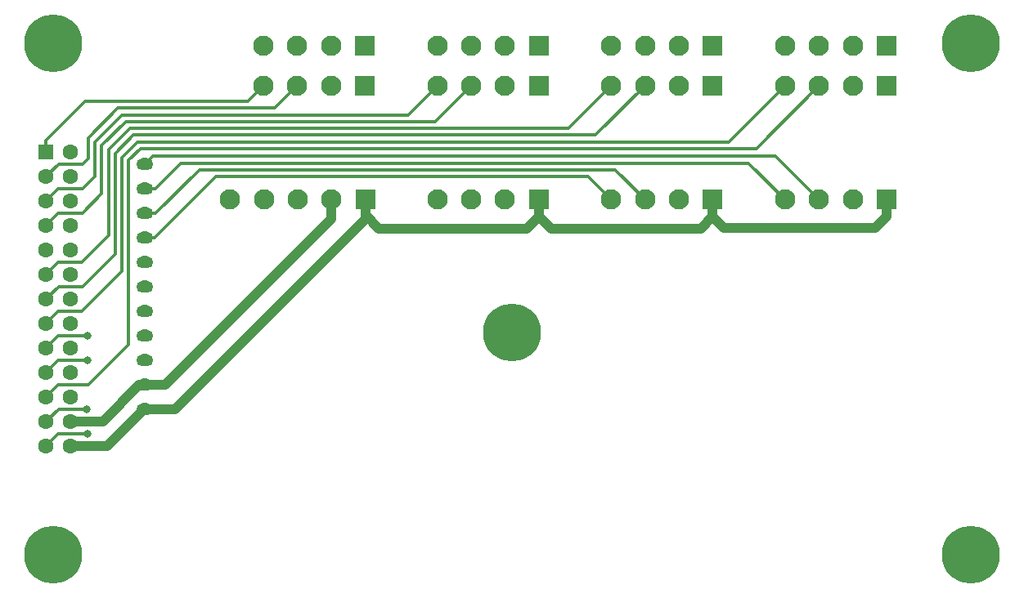
<source format=gtl>
G04*
G04 #@! TF.GenerationSoftware,Altium Limited,CircuitStudio,1.5.2 (30)*
G04*
G04 Layer_Physical_Order=1*
G04 Layer_Color=11767835*
%FSLAX25Y25*%
%MOIN*%
G70*
G01*
G75*
%ADD10C,0.03937*%
%ADD11C,0.01181*%
%ADD12C,0.23622*%
%ADD13O,0.06800X0.05000*%
%ADD14C,0.08268*%
%ADD15R,0.08268X0.08268*%
%ADD16C,0.06299*%
%ADD17R,0.06299X0.06299*%
%ADD18C,0.03150*%
D10*
X1534413Y1281299D02*
Y1282874D01*
X1456854Y1203740D02*
X1534413Y1281299D01*
X1444256Y1203740D02*
X1456854D01*
X1520634Y1281299D02*
Y1289173D01*
X1452917Y1213583D02*
X1520634Y1281299D01*
X1442287Y1213583D02*
X1452917D01*
X1427327Y1198622D02*
X1442287Y1213583D01*
X1414217Y1198622D02*
X1427327D01*
X1429138Y1188622D02*
X1444256Y1203740D01*
X1414217Y1188622D02*
X1429138D01*
X1746815Y1282283D02*
Y1289173D01*
X1742287Y1277756D02*
X1746815Y1282283D01*
X1680476Y1277756D02*
X1742287D01*
X1675949Y1282284D02*
X1680476Y1277756D01*
X1675949Y1282284D02*
Y1289173D01*
X1671027Y1277362D02*
X1675949Y1282283D01*
X1610004Y1277362D02*
X1671027D01*
X1605083Y1282284D02*
Y1289173D01*
Y1282284D02*
X1610004Y1277362D01*
X1600161D02*
X1605083Y1282284D01*
X1539925Y1277362D02*
X1600161D01*
X1534413Y1282874D02*
X1539925Y1277362D01*
X1534413Y1282874D02*
Y1289173D01*
D11*
X1409394Y1193602D02*
X1421027D01*
X1409295Y1193504D02*
X1409394Y1193602D01*
X1409197Y1193602D02*
X1409295Y1193504D01*
X1404216Y1198622D02*
X1409334Y1203740D01*
X1420929D01*
X1409256Y1233661D02*
X1421027D01*
X1409256Y1233661D02*
X1409256Y1233661D01*
X1433626Y1326575D02*
X1497602D01*
X1421421Y1314370D02*
X1433626Y1326575D01*
X1421421Y1306102D02*
Y1314370D01*
X1435201Y1323819D02*
X1551933D01*
X1424177Y1312795D02*
X1435201Y1323819D01*
X1424177Y1298622D02*
Y1312795D01*
X1436775Y1321063D02*
X1562957D01*
X1426933Y1311220D02*
X1436775Y1321063D01*
X1426933Y1291535D02*
Y1311220D01*
X1466697Y1301378D02*
X1636185D01*
X1448980Y1283661D02*
X1466697Y1301378D01*
X1445437Y1283661D02*
X1448980D01*
X1473390Y1298622D02*
X1625161D01*
X1448547Y1273779D02*
X1473390Y1298622D01*
X1444610Y1273779D02*
X1448547D01*
X1459216Y1304134D02*
X1690516D01*
X1448823Y1293740D02*
X1459216Y1304134D01*
X1444650Y1293740D02*
X1448823D01*
X1444650Y1303740D02*
X1447799Y1306890D01*
X1690516Y1304134D02*
X1705476Y1289173D01*
X1701539Y1306890D02*
X1719256Y1289173D01*
X1447799Y1306890D02*
X1701539D01*
X1625161Y1298622D02*
X1634610Y1289173D01*
X1636185Y1301378D02*
X1648390Y1289173D01*
X1437957Y1230118D02*
Y1305315D01*
X1421421Y1213583D02*
X1437957Y1230118D01*
X1409177Y1213583D02*
X1421421D01*
X1404216Y1188622D02*
X1409197Y1193602D01*
X1404216Y1218622D02*
X1409216Y1223622D01*
X1421027D01*
X1404216Y1228622D02*
X1409256Y1233661D01*
X1418764Y1263681D02*
X1429689Y1274606D01*
X1409276Y1263681D02*
X1418764D01*
X1404216Y1258622D02*
X1409276Y1263681D01*
X1419059Y1253740D02*
X1432445Y1267126D01*
X1409335Y1253740D02*
X1419059D01*
X1404216Y1248622D02*
X1409335Y1253740D01*
X1418764Y1243602D02*
X1435201Y1260039D01*
X1409197Y1243602D02*
X1418764D01*
X1404216Y1238622D02*
X1409197Y1243602D01*
X1437957Y1305315D02*
X1442681Y1310039D01*
X1693666D01*
X1441500Y1312795D02*
X1682642D01*
X1435201Y1306496D02*
X1441500Y1312795D01*
X1439925Y1315551D02*
X1628311D01*
X1432445Y1308071D02*
X1439925Y1315551D01*
X1438350Y1318307D02*
X1617288D01*
X1429689Y1309646D02*
X1438350Y1318307D01*
X1435201Y1260039D02*
Y1306496D01*
X1432445Y1267126D02*
Y1308071D01*
X1429689Y1274606D02*
Y1309646D01*
X1420240Y1329331D02*
X1486579D01*
X1404216Y1313307D02*
X1420240Y1329331D01*
X1419059Y1303740D02*
X1421421Y1306102D01*
X1419059Y1283661D02*
X1426933Y1291535D01*
X1409256Y1283661D02*
X1419059D01*
Y1293504D02*
X1424177Y1298622D01*
X1409098Y1293504D02*
X1419059D01*
X1409335Y1303740D02*
X1419059D01*
X1693666Y1310039D02*
X1719256Y1335630D01*
X1682642Y1312795D02*
X1705476Y1335630D01*
X1628311Y1315551D02*
X1648390Y1335630D01*
X1617288Y1318307D02*
X1634610Y1335630D01*
X1562957Y1321063D02*
X1577524Y1335630D01*
X1551933Y1323819D02*
X1563744Y1335630D01*
X1497602Y1326575D02*
X1506657Y1335630D01*
X1486579Y1329331D02*
X1492878Y1335630D01*
X1404216Y1208622D02*
X1409177Y1213583D01*
X1404216Y1278622D02*
X1409256Y1283661D01*
X1404216Y1288622D02*
X1409098Y1293504D01*
X1404216Y1298622D02*
X1409335Y1303740D01*
X1404216Y1308622D02*
Y1313307D01*
D12*
X1594256Y1234842D02*
D03*
X1781264Y1144291D02*
D03*
Y1352953D02*
D03*
X1407248Y1144291D02*
D03*
Y1352953D02*
D03*
D13*
X1444650Y1263740D02*
D03*
Y1273740D02*
D03*
Y1283740D02*
D03*
Y1303740D02*
D03*
Y1293740D02*
D03*
Y1243740D02*
D03*
Y1253740D02*
D03*
Y1233740D02*
D03*
Y1223740D02*
D03*
Y1213740D02*
D03*
Y1203740D02*
D03*
D14*
X1705476Y1289173D02*
D03*
X1719256D02*
D03*
X1733035D02*
D03*
X1634610D02*
D03*
X1648390D02*
D03*
X1662169D02*
D03*
X1563744D02*
D03*
X1577524D02*
D03*
X1591303D02*
D03*
X1506854D02*
D03*
X1520634D02*
D03*
X1493075D02*
D03*
X1479295D02*
D03*
X1705476Y1352165D02*
D03*
X1719256D02*
D03*
X1733035D02*
D03*
X1634610D02*
D03*
X1648390D02*
D03*
X1662169D02*
D03*
X1563744D02*
D03*
X1577524D02*
D03*
X1591303D02*
D03*
X1492878D02*
D03*
X1506657D02*
D03*
X1520437D02*
D03*
X1733035Y1335630D02*
D03*
X1719256D02*
D03*
X1705476D02*
D03*
X1662169D02*
D03*
X1648390D02*
D03*
X1634610D02*
D03*
X1591303D02*
D03*
X1577524D02*
D03*
X1563744D02*
D03*
X1520437D02*
D03*
X1506657D02*
D03*
X1492878D02*
D03*
D15*
X1746815Y1289173D02*
D03*
X1675949D02*
D03*
X1605083D02*
D03*
X1534413D02*
D03*
X1746815Y1352165D02*
D03*
X1675949D02*
D03*
X1605083D02*
D03*
X1534216D02*
D03*
X1746815Y1335630D02*
D03*
X1675949D02*
D03*
X1605083D02*
D03*
X1534216D02*
D03*
D16*
X1414217Y1188622D02*
D03*
Y1198622D02*
D03*
X1404216Y1188622D02*
D03*
Y1198622D02*
D03*
X1414217Y1248622D02*
D03*
X1404216D02*
D03*
X1414217Y1258622D02*
D03*
Y1268622D02*
D03*
X1404216Y1258622D02*
D03*
Y1268622D02*
D03*
X1414217Y1278622D02*
D03*
X1404216D02*
D03*
X1414217Y1288622D02*
D03*
X1404216D02*
D03*
X1414217Y1298622D02*
D03*
X1404216D02*
D03*
X1414217Y1308622D02*
D03*
X1404216Y1238622D02*
D03*
Y1228622D02*
D03*
X1414217Y1238622D02*
D03*
Y1228622D02*
D03*
X1404216Y1218622D02*
D03*
Y1208622D02*
D03*
X1414217Y1218622D02*
D03*
Y1208622D02*
D03*
D17*
X1404216Y1308622D02*
D03*
D18*
X1421027Y1193602D02*
D03*
X1420929Y1203740D02*
D03*
X1421027Y1223622D02*
D03*
Y1233661D02*
D03*
M02*

</source>
